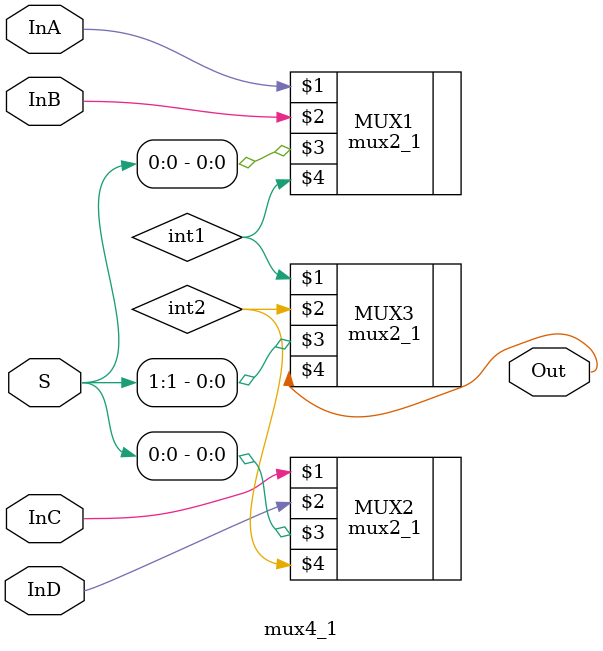
<source format=v>
module mux4_1 (InA, InB, InC, InD, S, Out);

input InA;
input InB;
input InC;
input InD;
input [1:0] S;
output Out;
wire int1, int2;

mux2_1 MUX1 (InA, InB, S[0], int1);
mux2_1 MUX2 (InC, InD, S[0], int2);
mux2_1 MUX3 (int1, int2, S[1], Out);

endmodule

</source>
